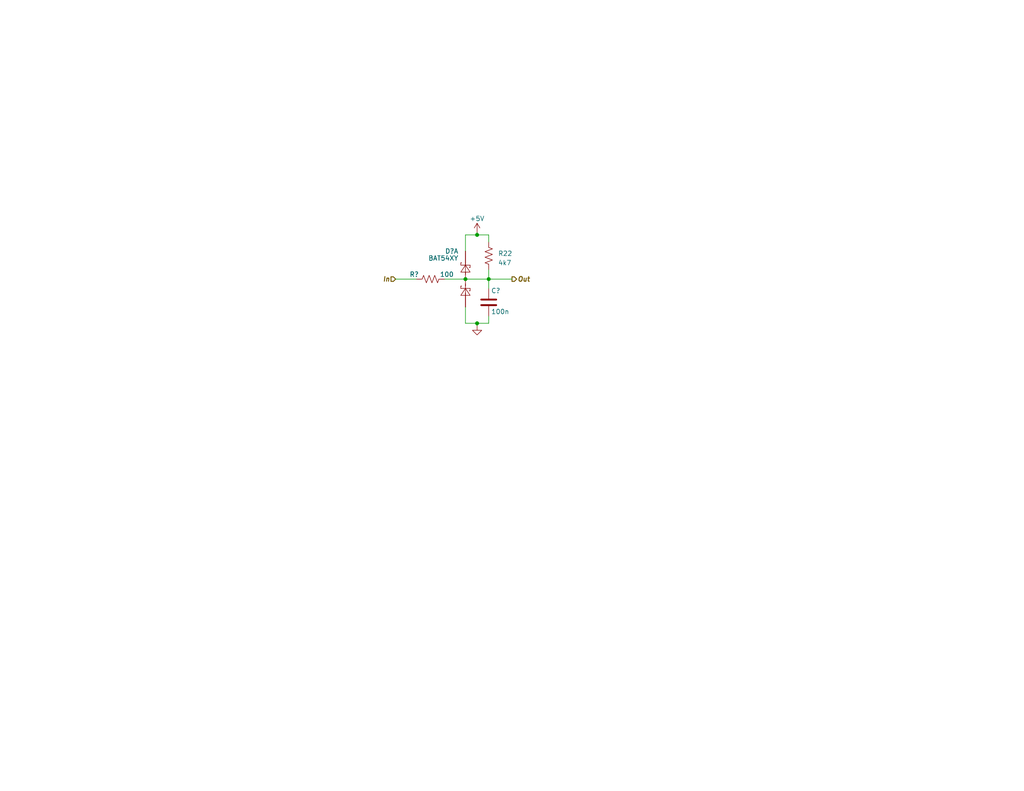
<source format=kicad_sch>
(kicad_sch (version 20230121) (generator eeschema)
  (paper "A")
  (title_block (title "ECE4760 Motor Driver") (date "2023-10-30") (rev "0") (company "Cornell High Energy Synchrotron Source") (comment 1 "Limit Switch Input Filtering") (comment 3 "S. Bywater") (comment 4 "S. Bywater"))
  (lib_symbols
    (symbol "Device:C" (pin_numbers hide) (pin_names (offset 0.254))
      (property "Reference" "C" (at 0.635 2.54 0))
      (property "Value" "C" (at 0.635 -2.54 0))
      (symbol "C_0_1"
        (polyline (pts (xy -2.032 -0.762) (xy 2.032 -0.762)) (stroke (width 0.508)))
        (polyline (pts (xy -2.032 0.762) (xy 2.032 0.762)) (stroke (width 0.508)))
      )
      (symbol "C_1_1"
        (pin passive line (at 0 3.81 270) (length 2.794) (name "~") (number "1"))
        (pin passive line (at 0 -3.81 90) (length 2.794) (name "~") (number "2"))
      )
    )
    (symbol "Device:R_US" (pin_numbers hide) (pin_names (offset 0))
      (property "Reference" "R" (at 2.54 0 90))
      (property "Value" "R_US" (at -2.54 0 90))
      (symbol "R_US_0_1"
        (polyline (pts (xy 0 -2.286) (xy 0 -2.54)))
        (polyline (pts (xy 0 2.286) (xy 0 2.54)))
        (polyline (pts (xy 0 -0.762) (xy 1.016 -1.143) (xy 0 -1.524) (xy -1.016 -1.905) (xy 0 -2.286)))
        (polyline (pts (xy 0 0.762) (xy 1.016 0.381) (xy 0 0) (xy -1.016 -0.381) (xy 0 -0.762)))
        (polyline (pts (xy 0 2.286) (xy 1.016 1.905) (xy 0 1.524) (xy -1.016 1.143) (xy 0 0.762)))
      )
      (symbol "R_US_1_1"
        (pin passive line (at 0 3.81 270) (length 1.27) (name "~") (number "1"))
        (pin passive line (at 0 -3.81 90) (length 1.27) (name "~") (number "2"))
      )
    )
    (symbol "Diode:BAT54SW" (pin_numbers hide) (pin_names (offset 0) hide)
      (property "Reference" "D1" (at 0 5.08 0))
      (property "Value" "BAT54SW" (at 0 2.54 0))
      (symbol "BAT54SW_0_1"
        (polyline (pts (xy -3.81 0) (xy -1.27 0)))
        (polyline (pts (xy -3.175 -1.27) (xy -3.175 -1.016)))
        (polyline (pts (xy -2.54 -1.27) (xy -3.175 -1.27)))
        (polyline (pts (xy -2.54 -1.27) (xy -2.54 1.27)))
        (polyline (pts (xy -2.54 1.27) (xy -1.905 1.27)))
        (polyline (pts (xy -1.905 0) (xy 1.905 0)))
        (polyline (pts (xy -1.905 1.27) (xy -1.905 1.016)))
        (polyline (pts (xy 1.27 0) (xy 3.81 0)))
        (polyline (pts (xy 3.175 -1.27) (xy 3.175 -1.016)))
        (polyline (pts (xy 3.81 -1.27) (xy 3.175 -1.27)))
        (polyline (pts (xy 3.81 -1.27) (xy 3.81 1.27)))
        (polyline (pts (xy 3.81 1.27) (xy 4.445 1.27)))
        (polyline (pts (xy 4.445 1.27) (xy 4.445 1.016)))
        (polyline (pts (xy -4.445 1.27) (xy -4.445 -1.27) (xy -2.54 0) (xy -4.445 1.27)))
        (polyline (pts (xy 1.905 1.27) (xy 1.905 -1.27) (xy 3.81 0) (xy 1.905 1.27)))
        (circle (center 0 0) (radius 0.254) (fill (type outline)))
      )
      (symbol "BAT54SW_1_1"
        (pin passive line (at -7.62 0 0) (length 3.81) (name "A") (number "1"))
        (pin passive line (at 7.62 0 180) (length 3.81) (name "K") (number "2"))
        (pin passive line (at 0 0 90) (length 0) (name "COM") (number "6"))
      )
      (symbol "BAT54SW_2_1"
        (pin passive line (at 0 0 90) (length 0) (name "COM") (number "3"))
        (pin passive line (at -7.62 0 0) (length 3.81) (name "A") (number "4"))
        (pin passive line (at 7.62 0 180) (length 3.81) (name "K") (number "5"))
      )
    )
    (symbol "power:+5V" (power) (pin_names (offset 0))
      (property "Value" "+5V" (at 0 3.556 0))
      (symbol "+5V_0_1"
        (polyline (pts (xy -0.762 1.27) (xy 0 2.54)))
        (polyline (pts (xy 0 0) (xy 0 2.54)))
        (polyline (pts (xy 0 2.54) (xy 0.762 1.27)))
      )
      (symbol "+5V_1_1"
        (pin power_in line (at 0 0 90) (length 0) hide (name "+5V") (number "1"))
      )
    )
    (symbol "power:GND" (power) (pin_names (offset 0))
      (property "Value" "GND" (at 0 -3.81 0))
      (symbol "GND_0_1"
        (polyline (pts (xy 0 0) (xy 0 -1.27) (xy 1.27 -1.27) (xy 0 -2.54) (xy -1.27 -1.27) (xy 0 -1.27)))
      )
      (symbol "GND_1_1"
        (pin power_in line (at 0 0 270) (length 0) hide (name "GND") (number "1"))
      )
    )
  )
  (junction (at 127 76.2))
  (junction (at 130.175 88.265))
  (junction (at 133.35 76.2))
  (junction (at 130.175 64.135))
  (wire (pts (xy 127 64.135) (xy 130.175 64.135)))
  (wire (pts (xy 133.35 76.2) (xy 139.7 76.2)))
  (wire (pts (xy 133.35 73.66) (xy 133.35 76.2)))
  (wire (pts (xy 121.285 76.2) (xy 127 76.2)))
  (wire (pts (xy 130.175 63.5) (xy 130.175 64.135)))
  (wire (pts (xy 133.35 76.2) (xy 133.35 78.74)))
  (wire (pts (xy 130.175 64.135) (xy 133.35 64.135)))
  (wire (pts (xy 130.175 88.265) (xy 133.35 88.265)))
  (wire (pts (xy 130.175 88.265) (xy 130.175 88.9)))
  (wire (pts (xy 107.95 76.2) (xy 113.665 76.2)))
  (wire (pts (xy 130.175 88.265) (xy 127 88.265)))
  (wire (pts (xy 127 88.265) (xy 127 83.82)))
  (wire (pts (xy 133.35 88.265) (xy 133.35 86.36)))
  (wire (pts (xy 127 76.2) (xy 133.35 76.2)))
  (wire (pts (xy 133.35 64.135) (xy 133.35 66.04)))
  (wire (pts (xy 127 68.58) (xy 127 64.135)))
  (hierarchical_label "Out" (shape output) (at 139.7 76.2 0) (effects (font bold italic)))
  (hierarchical_label "In" (shape input) (at 107.95 76.2 180) (effects (font bold italic)))
  (symbol (lib_id "Device:R_US") (at 133.35 69.85 0) (unit 1)
    (property "Reference" "R22" (at 135.89 69.215 0) (effects (justify left)))
    (property "Value" "4k7" (at 135.89 71.755 0) (effects (justify left)))
    (property "Footprint" "Resistor_SMD:R_0402_1005Metric" (effects hide))
    (property "DigiKey" "311-4.7KJRCT-ND" (effects hide))
    (property "LCSC" "C105870" (effects hide))
    (instances (project "ECE4760 Motor Driver" (path "" (reference "R22") (unit 1)) (path "" (reference "R20") (unit 1)) (path "" (reference "R24") (unit 1)) (path "" (reference "R26") (unit 1))))
  )
  (symbol (lib_id "power:GND") (at 130.175 88.9 0) (unit 1)
    (property "Reference" "#PWR010" (effects hide))
    (property "Value" "GND" (effects hide))
    (instances (project "ECE4760 Motor Driver" (path "" (reference "#PWR010") (unit 1)) (path "" (reference "#PWR012") (unit 1)) (path "" (reference "#PWR014") (unit 1)) (path "" (reference "#PWR016") (unit 1))))
  )
  (symbol (lib_id "Diode:BAT54SW") (at 127 76.2 90) (unit 1)
    (property "Reference" "D?" (at 125.095 68.58 90) (effects (justify left)))
    (property "Value" "BAT54XY" (at 125.095 70.485 90) (effects (justify left)))
    (property "Footprint" "Package_TO_SOT_SMD:SOT-363_SC-70-6" (effects hide))
    (property "Datasheet" "https://assets.nexperia.com/documents/data-sheet/BAT54W_SER.pdf" (effects hide))
    (property "LCSC" "C282367" (effects hide))
    (property "DigiKey" "1727-3571-1-ND" (effects hide))
    (instances (project "ECE4760 Motor Driver" (path "" (reference "D?") (unit 1)) (path "" (reference "D3") (unit 1)) (path "" (reference "D3") (unit 2)) (path "" (reference "D4") (unit 1)) (path "" (reference "D4") (unit 2))))
  )
  (symbol (lib_id "Device:R_US") (at 117.475 76.2 90) (unit 1)
    (property "Reference" "R?" (at 113.03 74.93 90))
    (property "Value" "100" (at 121.92 74.93 90))
    (property "Footprint" "Resistor_SMD:R_0402_1005Metric" (effects hide))
    (property "DigiKey" "311-100JRCT-ND" (effects hide))
    (property "LCSC" "C106233" (effects hide))
    (instances (project "ECE4760 Motor Driver" (path "" (reference "R?") (unit 1)) (path "" (reference "R21") (unit 1)) (path "" (reference "R23") (unit 1)) (path "" (reference "R25") (unit 1)) (path "" (reference "R27") (unit 1))))
  )
  (symbol (lib_id "power:+5V") (at 130.175 63.5 0) (unit 1)
    (property "Reference" "#PWR011" (effects hide))
    (property "Value" "+5V" (at 130.175 59.69 0))
    (instances (project "ECE4760 Motor Driver" (path "" (reference "#PWR011") (unit 1)) (path "" (reference "#PWR09") (unit 1)) (path "" (reference "#PWR013") (unit 1)) (path "" (reference "#PWR015") (unit 1))))
  )
  (symbol (lib_id "Device:C") (at 133.35 82.55 0) (unit 1)
    (property "Reference" "C?" (at 133.985 79.375 0) (effects (justify left)))
    (property "Value" "100n" (at 133.985 85.09 0) (effects (justify left)))
    (property "Footprint" "Capacitor_SMD:C_0402_1005Metric" (effects hide))
    (property "DigiKey" "490-3261-1-ND" (effects hide))
    (property "LCSC" "C71629" (effects hide))
    (instances (project "ECE4760 Motor Driver" (path "" (reference "C?") (unit 1)) (path "" (reference "C65") (unit 1)) (path "" (reference "C66") (unit 1)) (path "" (reference "C67") (unit 1)) (path "" (reference "C68") (unit 1))))
  )
)
</source>
